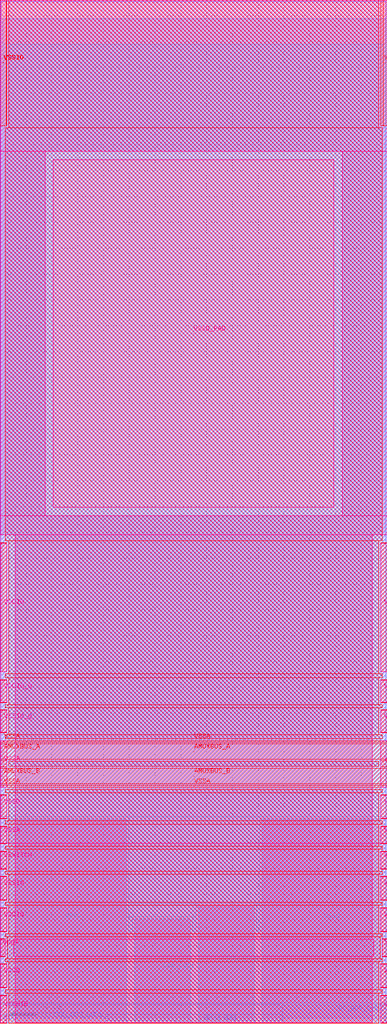
<source format=lef>
VERSION 5.7 ;
  NOWIREEXTENSIONATPIN ON ;
  DIVIDERCHAR "/" ;
  BUSBITCHARS "[]" ;
MACRO sky130_ef_io__vssd_lvc_pad
  CLASS PAD POWER ;
  FOREIGN sky130_ef_io__vssd_lvc_pad ;
  ORIGIN 0.000 0.000 ;
  SIZE 75.000 BY 197.965 ;
  PIN AMUXBUS_A
    DIRECTION INOUT ;
    USE SIGNAL ;
    PORT
      LAYER met4 ;
        RECT 0.000 51.090 75.000 54.070 ;
    END
    PORT
      LAYER met4 ;
        RECT 0.000 51.090 1.270 54.070 ;
    END
  END AMUXBUS_A
  PIN AMUXBUS_B
    DIRECTION INOUT ;
    USE SIGNAL ;
    PORT
      LAYER met4 ;
        RECT 0.000 46.330 75.000 49.310 ;
    END
    PORT
      LAYER met4 ;
        RECT 0.000 46.330 1.270 49.310 ;
    END
  END AMUXBUS_B
  PIN DRN_LVC1
    DIRECTION INOUT ;
    USE POWER ;
    PORT
      LAYER met3 ;
        RECT 26.000 -0.035 36.880 20.185 ;
    END
  END DRN_LVC1
  PIN DRN_LVC2
    DIRECTION INOUT ;
    USE POWER ;
    PORT
      LAYER met3 ;
        RECT 38.380 -0.035 49.255 22.865 ;
    END
  END DRN_LVC2
  PIN SRC_BDY_LVC1
    DIRECTION INOUT ;
    USE GROUND ;
    PORT
      LAYER met2 ;
        RECT 0.500 -0.035 20.495 1.450 ;
    END
  END SRC_BDY_LVC1
  PIN SRC_BDY_LVC2
    DIRECTION INOUT ;
    USE GROUND ;
    PORT
      LAYER met2 ;
        RECT 54.715 -0.035 74.700 3.625 ;
    END
  END SRC_BDY_LVC2
  PIN BDY2_B2B
    DIRECTION INOUT ;
    USE GROUND ;
    PORT
      LAYER met2 ;
        RECT 34.440 -0.035 44.440 0.290 ;
    END
  END BDY2_B2B
  PIN VSSD_PAD
    DIRECTION INOUT ;
    USE GROUND ;
    PORT
      LAYER met5 ;
        RECT 10.270 99.865 64.670 167.130 ;
    END
  END VSSD_PAD
  PIN VSSA
    DIRECTION INOUT ;
    USE GROUND ;
    PORT
      LAYER met5 ;
        RECT 73.730 45.700 75.000 54.700 ;
    END
    PORT
      LAYER met5 ;
        RECT 73.730 34.805 75.000 38.050 ;
    END
    PORT
      LAYER met5 ;
        RECT 0.000 45.700 1.270 54.700 ;
    END
    PORT
      LAYER met5 ;
        RECT 0.000 34.805 1.270 38.050 ;
    END
    PORT
      LAYER met4 ;
        RECT 73.730 49.610 75.000 50.790 ;
    END
    PORT
      LAYER met4 ;
        RECT 0.000 54.370 75.000 54.700 ;
    END
    PORT
      LAYER met4 ;
        RECT 0.000 45.700 75.000 46.030 ;
    END
    PORT
      LAYER met4 ;
        RECT 73.730 34.700 75.000 38.150 ;
    END
    PORT
      LAYER met4 ;
        RECT 0.000 45.700 1.270 46.030 ;
    END
    PORT
      LAYER met4 ;
        RECT 0.000 49.610 1.270 50.790 ;
    END
    PORT
      LAYER met4 ;
        RECT 0.000 54.370 1.270 54.700 ;
    END
    PORT
      LAYER met4 ;
        RECT 0.000 34.700 1.270 38.150 ;
    END
  END VSSA
  PIN VDDA
    DIRECTION INOUT ;
    USE POWER ;
    PORT
      LAYER met5 ;
        RECT 74.035 13.000 75.000 16.250 ;
    END
    PORT
      LAYER met5 ;
        RECT 0.000 13.000 0.965 16.250 ;
    END
    PORT
      LAYER met4 ;
        RECT 74.035 12.900 75.000 16.350 ;
    END
    PORT
      LAYER met4 ;
        RECT 0.000 12.900 0.965 16.350 ;
    END
  END VDDA
  PIN VSWITCH
    DIRECTION INOUT ;
    USE POWER ;
    PORT
      LAYER met5 ;
        RECT 73.730 29.950 75.000 33.200 ;
    END
    PORT
      LAYER met5 ;
        RECT 0.000 29.950 1.270 33.200 ;
    END
    PORT
      LAYER met4 ;
        RECT 73.730 29.850 75.000 33.300 ;
    END
    PORT
      LAYER met4 ;
        RECT 0.000 29.850 1.270 33.300 ;
    END
  END VSWITCH
  PIN VDDIO_Q
    DIRECTION INOUT ;
    USE POWER ;
    PORT
      LAYER met5 ;
        RECT 73.730 62.150 75.000 66.400 ;
    END
    PORT
      LAYER met5 ;
        RECT 0.000 62.150 1.270 66.400 ;
    END
    PORT
      LAYER met4 ;
        RECT 73.730 62.050 75.000 66.500 ;
    END
    PORT
      LAYER met4 ;
        RECT 0.000 62.050 1.270 66.500 ;
    END
  END VDDIO_Q
  PIN VCCHIB
    DIRECTION INOUT ;
    USE POWER ;
    PORT
      LAYER met5 ;
        RECT 73.730 0.100 75.000 5.350 ;
    END
    PORT
      LAYER met5 ;
        RECT 0.000 0.100 1.270 5.350 ;
    END
    PORT
      LAYER met4 ;
        RECT 73.730 0.000 75.000 5.450 ;
    END
    PORT
      LAYER met4 ;
        RECT 0.000 0.000 1.270 5.450 ;
    END
  END VCCHIB
  PIN VDDIO
    DIRECTION INOUT ;
    USE POWER ;
    PORT
      LAYER met5 ;
        RECT 73.730 68.000 75.000 92.950 ;
    END
    PORT
      LAYER met5 ;
        RECT 73.730 17.850 75.000 22.300 ;
    END
    PORT
      LAYER met5 ;
        RECT 0.000 68.000 1.270 92.950 ;
    END
    PORT
      LAYER met5 ;
        RECT 0.000 17.850 1.270 22.300 ;
    END
    PORT
      LAYER met4 ;
        RECT 73.730 17.750 75.000 22.400 ;
    END
    PORT
      LAYER met4 ;
        RECT 73.730 68.000 75.000 92.965 ;
    END
    PORT
      LAYER met4 ;
        RECT 0.000 17.750 1.270 22.400 ;
    END
    PORT
      LAYER met4 ;
        RECT 0.000 68.000 1.270 92.965 ;
    END
  END VDDIO
  PIN VCCD
    DIRECTION INOUT ;
    USE POWER ;
    PORT
      LAYER met5 ;
        RECT 73.730 6.950 75.000 11.400 ;
    END
    PORT
      LAYER met5 ;
        RECT 0.000 6.950 1.270 11.400 ;
    END
    PORT
      LAYER met4 ;
        RECT 73.730 6.850 75.000 11.500 ;
    END
    PORT
      LAYER met4 ;
        RECT 0.000 6.850 1.270 11.500 ;
    END
  END VCCD
  PIN VSSIO
    DIRECTION INOUT ;
    USE GROUND ;
    PORT
      LAYER met4 ;
        RECT 74.225 173.750 75.000 197.965 ;
    END
    PORT
      LAYER met4 ;
        RECT 0.000 173.750 1.205 197.965 ;
    END
    PORT
      LAYER met5 ;
        RECT 73.730 23.900 75.000 28.350 ;
    END
    PORT
      LAYER met5 ;
        RECT 0.000 23.900 1.270 28.350 ;
    END
    PORT
      LAYER met4 ;
        RECT 73.730 23.800 75.000 28.450 ;
    END
    PORT
      LAYER met4 ;
        RECT 73.730 173.750 75.000 197.965 ;
    END
    PORT
      LAYER met4 ;
        RECT 0.000 173.750 1.270 197.965 ;
    END
    PORT
      LAYER met4 ;
        RECT 0.000 23.800 1.270 28.450 ;
    END
  END VSSIO
  PIN VSSD
    DIRECTION INOUT ;
    USE GROUND ;
    PORT
      LAYER met3 ;
        RECT 50.755 -0.035 74.700 39.565 ;
    END
    PORT
      LAYER met3 ;
        RECT 0.500 -0.035 24.500 39.565 ;
    END
    PORT
      LAYER met5 ;
        RECT 73.730 39.650 75.000 44.100 ;
    END
    PORT
      LAYER met5 ;
        RECT 0.000 39.650 1.270 44.100 ;
    END
    PORT
      LAYER met4 ;
        RECT 73.730 39.550 75.000 44.200 ;
    END
    PORT
      LAYER met4 ;
        RECT 0.000 39.550 1.270 44.200 ;
    END
  END VSSD
  PIN VSSIO_Q
    DIRECTION INOUT ;
    USE GROUND ;
    PORT
      LAYER met5 ;
        RECT 73.730 56.300 75.000 60.550 ;
    END
    PORT
      LAYER met5 ;
        RECT 0.000 56.300 1.270 60.550 ;
    END
    PORT
      LAYER met4 ;
        RECT 73.730 56.200 75.000 60.650 ;
    END
    PORT
      LAYER met4 ;
        RECT 0.000 56.200 1.270 60.650 ;
    END
  END VSSIO_Q
  OBS
      LAYER li1 ;
        RECT 0.240 0.985 74.755 197.745 ;
      LAYER met1 ;
        RECT 0.120 0.000 74.785 197.805 ;
        RECT 16.655 -0.035 25.635 0.000 ;
        POLYGON 25.635 0.000 25.670 0.000 25.635 -0.035 ;
        RECT 26.210 -0.035 27.700 0.000 ;
        POLYGON 28.235 0.000 28.270 0.000 28.270 -0.035 ;
        RECT 28.270 -0.035 56.565 0.000 ;
      LAYER met2 ;
        RECT 0.500 3.905 74.700 194.395 ;
        RECT 0.500 3.625 54.435 3.905 ;
        RECT 0.500 1.730 54.715 3.625 ;
        RECT 20.775 0.570 54.715 1.730 ;
        RECT 20.775 0.005 34.160 0.570 ;
        RECT 44.720 0.005 54.715 0.570 ;
        RECT 20.775 0.000 34.440 0.005 ;
        RECT 20.925 -0.035 34.440 0.000 ;
        RECT 44.440 0.000 54.715 0.005 ;
        RECT 44.440 -0.035 53.535 0.000 ;
        RECT 54.095 -0.035 54.715 0.000 ;
      LAYER met3 ;
        RECT 0.500 39.965 74.700 189.480 ;
        RECT 24.900 23.265 50.355 39.965 ;
        RECT 24.900 20.585 37.980 23.265 ;
        RECT 24.900 17.755 25.600 20.585 ;
        RECT 37.280 17.755 37.980 20.585 ;
        RECT 49.655 17.755 50.355 23.265 ;
      LAYER met4 ;
        RECT 1.670 173.350 73.330 197.965 ;
        RECT 0.965 93.365 74.035 173.350 ;
        RECT 1.670 67.600 73.330 93.365 ;
        RECT 0.965 66.900 74.035 67.600 ;
        RECT 1.670 61.650 73.330 66.900 ;
        RECT 0.965 61.050 74.035 61.650 ;
        RECT 1.670 55.800 73.330 61.050 ;
        RECT 0.965 55.100 74.035 55.800 ;
        RECT 1.670 49.710 73.330 50.690 ;
        RECT 0.965 44.600 74.035 45.300 ;
        RECT 1.670 39.150 73.330 44.600 ;
        RECT 0.965 38.550 74.035 39.150 ;
        RECT 1.670 34.300 73.330 38.550 ;
        RECT 0.965 33.700 74.035 34.300 ;
        RECT 1.670 29.450 73.330 33.700 ;
        RECT 0.965 28.850 74.035 29.450 ;
        RECT 1.670 23.400 73.330 28.850 ;
        RECT 0.965 22.800 74.035 23.400 ;
        RECT 1.670 17.350 73.330 22.800 ;
        RECT 0.965 16.750 74.035 17.350 ;
        RECT 1.365 12.500 73.635 16.750 ;
        RECT 0.965 11.900 74.035 12.500 ;
        RECT 1.670 6.450 73.330 11.900 ;
        RECT 0.965 5.850 74.035 6.450 ;
        RECT 1.670 0.000 73.330 5.850 ;
      LAYER met5 ;
        RECT 0.000 168.730 75.000 197.965 ;
        RECT 0.000 98.265 8.670 168.730 ;
        RECT 66.270 98.265 75.000 168.730 ;
        RECT 0.000 94.550 75.000 98.265 ;
        RECT 2.870 34.805 72.130 94.550 ;
        RECT 0.000 34.800 75.000 34.805 ;
        RECT 2.870 16.250 72.130 34.800 ;
        RECT 2.565 13.000 72.435 16.250 ;
        RECT 2.870 0.100 72.130 13.000 ;
  END
END sky130_ef_io__vssd_lvc_pad
END LIBRARY


</source>
